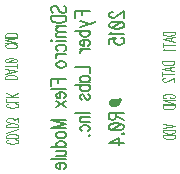
<source format=gbo>
G04 DipTrace 2.4.0.2*
%INSDmicro.gbo*%
%MOMM*%
%ADD10C,0.25*%
%ADD30O,0.863X0.723*%
%ADD50C,0.111*%
%ADD51C,0.196*%
%FSLAX53Y53*%
G04*
G71*
G90*
G75*
G01*
%LNBotSilk*%
%LPD*%
G36*
X22873Y16437D2*
X22239Y15820D1*
X21893Y16304D1*
X22049Y16430D1*
X22873Y16437D1*
G37*
D30*
X22178Y16155D3*
X22756Y16440D2*
D10*
G02X22253Y15924I-586J68D01*
G01*
X22733Y16454D2*
G03X22113Y16394I-219J-970D01*
G01*
X13850Y13097D2*
D50*
X13947Y13073D1*
X14044Y13024D1*
X14093Y12976D1*
Y12879D1*
X14044Y12830D1*
X13947Y12782D1*
X13850Y12757D1*
X13704Y12733D1*
X13460D1*
X13315Y12757D1*
X13218Y12782D1*
X13121Y12830D1*
X13072Y12879D1*
Y12976D1*
X13121Y13024D1*
X13218Y13073D1*
X13315Y13097D1*
X14093Y13208D2*
X13072D1*
Y13378D1*
X13121Y13451D1*
X13218Y13500D1*
X13315Y13524D1*
X13460Y13549D1*
X13704D1*
X13850Y13524D1*
X13947Y13500D1*
X14044Y13451D1*
X14093Y13378D1*
Y13208D1*
X13072Y13660D2*
X14091Y14000D1*
X14093Y14111D2*
X13072D1*
Y14281D1*
X13121Y14354D1*
X13218Y14403D1*
X13315Y14427D1*
X13460Y14451D1*
X13704D1*
X13850Y14427D1*
X13947Y14403D1*
X14044Y14354D1*
X14093Y14281D1*
Y14111D1*
X14091Y14611D2*
Y14878D1*
X13703Y14733D1*
Y14806D1*
X13655Y14854D1*
X13606Y14878D1*
X13460Y14903D1*
X13364D1*
X13218Y14878D1*
X13120Y14830D1*
X13072Y14757D1*
Y14684D1*
X13120Y14611D1*
X13169Y14587D1*
X13266Y14562D1*
X26314Y22217D2*
X27335D1*
Y22047D1*
X27285Y21974D1*
X27189Y21925D1*
X27091Y21901D1*
X26946Y21877D1*
X26702D1*
X26556Y21901D1*
X26460Y21925D1*
X26362Y21974D1*
X26314Y22047D1*
Y22217D1*
X27335Y21377D2*
X26314Y21571D1*
X27335Y21766D1*
X26994Y21693D2*
Y21450D1*
X26314Y21095D2*
X27335D1*
X26314Y21265D2*
Y20925D1*
X26509Y20814D2*
X26460Y20765D1*
X26315Y20692D1*
X27335D1*
X26272Y19719D2*
X27293D1*
Y19549D1*
X27244Y19476D1*
X27147Y19427D1*
X27049Y19403D1*
X26904Y19378D1*
X26661D1*
X26515Y19403D1*
X26418Y19427D1*
X26320Y19476D1*
X26272Y19549D1*
Y19719D1*
X27293Y18878D2*
X26272Y19073D1*
X27293Y19267D1*
X26953Y19194D2*
Y18951D1*
X26272Y18597D2*
X27293D1*
X26272Y18767D2*
Y18427D1*
X26516Y18291D2*
X26467D1*
X26370Y18267D1*
X26321Y18243D1*
X26273Y18194D1*
Y18097D1*
X26321Y18048D1*
X26370Y18024D1*
X26467Y17999D1*
X26564D1*
X26662Y18024D1*
X26807Y18072D1*
X27293Y18316D1*
Y17975D1*
X26558Y16561D2*
X26462Y16585D1*
X26364Y16634D1*
X26316Y16682D1*
Y16779D1*
X26364Y16828D1*
X26462Y16876D1*
X26558Y16901D1*
X26704Y16925D1*
X26948D1*
X27093Y16901D1*
X27191Y16876D1*
X27287Y16828D1*
X27337Y16779D1*
Y16682D1*
X27287Y16634D1*
X27191Y16585D1*
X27093Y16561D1*
X26948D1*
Y16682D1*
X26316Y16109D2*
X27337D1*
X26316Y16449D1*
X27337D1*
X26316Y15998D2*
X27337D1*
Y15828D1*
X27287Y15755D1*
X27191Y15706D1*
X27093Y15682D1*
X26948Y15658D1*
X26704D1*
X26558Y15682D1*
X26462Y15706D1*
X26364Y15755D1*
X26316Y15828D1*
Y15998D1*
X26373Y14433D2*
X27394Y14239D1*
X26373Y14045D1*
Y13934D2*
X27394D1*
Y13763D1*
X27344Y13690D1*
X27248Y13642D1*
X27150Y13617D1*
X27005Y13593D1*
X26761D1*
X26615Y13617D1*
X26519Y13642D1*
X26421Y13690D1*
X26373Y13763D1*
Y13934D1*
Y13482D2*
X27394D1*
Y13312D1*
X27344Y13239D1*
X27248Y13190D1*
X27150Y13166D1*
X27005Y13142D1*
X26761D1*
X26615Y13166D1*
X26519Y13190D1*
X26421Y13239D1*
X26373Y13312D1*
Y13482D1*
X13843Y16144D2*
X13940Y16120D1*
X14038Y16071D1*
X14086Y16023D1*
Y15926D1*
X14038Y15877D1*
X13940Y15828D1*
X13843Y15804D1*
X13697Y15780D1*
X13454D1*
X13309Y15804D1*
X13211Y15828D1*
X13115Y15877D1*
X13065Y15926D1*
Y16023D1*
X13115Y16071D1*
X13211Y16120D1*
X13309Y16144D1*
X14086Y16255D2*
X13065D1*
Y16547D1*
X14086Y16658D2*
X13065D1*
X14086Y16998D2*
X13405Y16658D1*
X13649Y16779D2*
X13065Y16998D1*
X13983Y18206D2*
X12962D1*
Y18377D1*
X13011Y18450D1*
X13108Y18498D1*
X13206Y18523D1*
X13351Y18547D1*
X13594D1*
X13740Y18523D1*
X13837Y18498D1*
X13935Y18450D1*
X13983Y18377D1*
Y18206D1*
X12962Y19047D2*
X13983Y18852D1*
X12962Y18658D1*
X13302Y18731D2*
Y18974D1*
X13983Y19328D2*
X12962D1*
X13983Y19158D2*
Y19498D1*
X13982Y19755D2*
X13933Y19682D1*
X13787Y19634D1*
X13545Y19609D1*
X13399D1*
X13156Y19634D1*
X13010Y19682D1*
X12962Y19755D1*
Y19804D1*
X13010Y19877D1*
X13156Y19925D1*
X13399Y19950D1*
X13545D1*
X13787Y19925D1*
X13933Y19877D1*
X13982Y19804D1*
Y19755D1*
X13787Y19925D2*
X13156Y19634D1*
X13756Y21183D2*
X13852Y21159D1*
X13950Y21110D1*
X13998Y21062D1*
Y20965D1*
X13950Y20916D1*
X13852Y20868D1*
X13756Y20843D1*
X13610Y20819D1*
X13366D1*
X13221Y20843D1*
X13123Y20868D1*
X13027Y20916D1*
X12977Y20965D1*
Y21062D1*
X13027Y21110D1*
X13123Y21159D1*
X13221Y21183D1*
X12977Y21683D2*
X13998D1*
X12977Y21489D1*
X13998Y21294D1*
X12977D1*
X13998Y21794D2*
X12977D1*
Y21964D1*
X13027Y22037D1*
X13123Y22086D1*
X13221Y22110D1*
X13366Y22134D1*
X13610D1*
X13756Y22110D1*
X13852Y22086D1*
X13950Y22037D1*
X13998Y21964D1*
Y21794D1*
X17069Y23831D2*
D51*
X16947Y23916D1*
X16887Y24044D1*
Y24214D1*
X16947Y24341D1*
X17069Y24427D1*
X17190D1*
X17312Y24384D1*
X17372Y24341D1*
X17433Y24257D1*
X17555Y24001D1*
X17615Y23916D1*
X17677Y23874D1*
X17798Y23831D1*
X17980D1*
X18101Y23916D1*
X18163Y24044D1*
Y24214D1*
X18101Y24341D1*
X17980Y24427D1*
X16887Y23557D2*
X18163D1*
Y23259D1*
X18101Y23131D1*
X17980Y23046D1*
X17858Y23004D1*
X17677Y22961D1*
X17372D1*
X17190Y23004D1*
X17069Y23046D1*
X16947Y23131D1*
X16887Y23259D1*
Y23557D1*
X17312Y22687D2*
X18163D1*
X17555D2*
X17372Y22559D1*
X17312Y22474D1*
Y22347D1*
X17372Y22261D1*
X17555Y22219D1*
X18163D1*
X17555D2*
X17372Y22091D1*
X17312Y22006D1*
Y21879D1*
X17372Y21794D1*
X17555Y21750D1*
X18163D1*
X16887Y21476D2*
X16947Y21434D1*
X16887Y21390D1*
X16825Y21434D1*
X16887Y21476D1*
X17312Y21434D2*
X18163D1*
X17494Y20605D2*
X17372Y20690D1*
X17312Y20776D1*
Y20903D1*
X17372Y20988D1*
X17494Y21073D1*
X17677Y21116D1*
X17798D1*
X17980Y21073D1*
X18101Y20988D1*
X18163Y20903D1*
Y20776D1*
X18101Y20690D1*
X17980Y20605D1*
X17312Y20330D2*
X18163D1*
X17677D2*
X17494Y20287D1*
X17372Y20203D1*
X17312Y20117D1*
Y19989D1*
Y19503D2*
X17372Y19587D1*
X17494Y19673D1*
X17677Y19715D1*
X17798D1*
X17980Y19673D1*
X18101Y19587D1*
X18163Y19503D1*
Y19375D1*
X18101Y19289D1*
X17980Y19205D1*
X17798Y19162D1*
X17677D1*
X17494Y19205D1*
X17372Y19289D1*
X17312Y19375D1*
Y19503D1*
X16858Y17651D2*
Y18204D1*
X18134D1*
X17466D2*
Y17864D1*
X16858Y17376D2*
X18134D1*
X17648Y17102D2*
Y16592D1*
X17526D1*
X17404Y16634D1*
X17344Y16676D1*
X17283Y16762D1*
Y16890D1*
X17344Y16974D1*
X17466Y17060D1*
X17648Y17102D1*
X17769D1*
X17951Y17060D1*
X18072Y16974D1*
X18134Y16890D1*
Y16762D1*
X18072Y16676D1*
X17951Y16592D1*
X17283Y16317D2*
X18134Y15850D1*
X17283D2*
X18134Y16317D1*
Y14031D2*
X16858D1*
X18134Y14371D1*
X16858Y14711D1*
X18134D1*
X17283Y13544D2*
X17344Y13629D1*
X17466Y13714D1*
X17648Y13756D1*
X17769D1*
X17951Y13714D1*
X18072Y13629D1*
X18134Y13544D1*
Y13416D1*
X18072Y13331D1*
X17951Y13246D1*
X17769Y13203D1*
X17648D1*
X17466Y13246D1*
X17344Y13331D1*
X17283Y13416D1*
Y13544D1*
X16858Y12419D2*
X18134D1*
X17466D2*
X17344Y12503D1*
X17283Y12589D1*
Y12716D1*
X17344Y12801D1*
X17466Y12886D1*
X17648Y12929D1*
X17769D1*
X17951Y12886D1*
X18072Y12801D1*
X18134Y12716D1*
Y12589D1*
X18072Y12503D1*
X17951Y12419D1*
X17283Y12144D2*
X17891D1*
X18072Y12102D1*
X18134Y12016D1*
Y11889D1*
X18072Y11804D1*
X17891Y11676D1*
X17283D2*
X18134D1*
X16858Y11402D2*
X18134D1*
X17648Y11127D2*
Y10617D1*
X17526D1*
X17404Y10660D1*
X17344Y10702D1*
X17283Y10787D1*
Y10915D1*
X17344Y11000D1*
X17466Y11085D1*
X17648Y11127D1*
X17769D1*
X17951Y11085D1*
X18072Y11000D1*
X18134Y10915D1*
Y10787D1*
X18072Y10702D1*
X17951Y10617D1*
X22358Y15355D2*
Y14973D1*
X22296Y14845D1*
X22236Y14802D1*
X22115Y14759D1*
X21993D1*
X21872Y14802D1*
X21810Y14845D1*
X21750Y14973D1*
Y15355D1*
X23026D1*
X22358Y15057D2*
X23026Y14759D1*
X21751Y14229D2*
X21812Y14357D1*
X21994Y14443D1*
X22297Y14485D1*
X22480D1*
X22783Y14443D1*
X22966Y14357D1*
X23026Y14229D1*
Y14145D1*
X22966Y14017D1*
X22783Y13933D1*
X22480Y13889D1*
X22297D1*
X21994Y13933D1*
X21812Y14017D1*
X21751Y14145D1*
Y14229D1*
X21994Y13933D2*
X22783Y14443D1*
X22904Y13573D2*
X22966Y13615D1*
X23026Y13573D1*
X22966Y13529D1*
X22904Y13573D1*
X23026Y12829D2*
X21751D1*
X22601Y13255D1*
Y12617D1*
X22097Y23898D2*
X22037D1*
X21915Y23856D1*
X21854Y23814D1*
X21794Y23728D1*
Y23558D1*
X21854Y23473D1*
X21915Y23431D1*
X22037Y23388D1*
X22158D1*
X22280Y23431D1*
X22461Y23516D1*
X23069Y23941D1*
Y23346D1*
X21794Y22816D2*
X21854Y22943D1*
X22037Y23029D1*
X22340Y23071D1*
X22523D1*
X22826Y23029D1*
X23008Y22943D1*
X23069Y22816D1*
Y22731D1*
X23008Y22603D1*
X22826Y22519D1*
X22523Y22476D1*
X22340D1*
X22037Y22519D1*
X21854Y22603D1*
X21794Y22731D1*
Y22816D1*
X22037Y22519D2*
X22826Y23029D1*
X22037Y22201D2*
X21975Y22116D1*
X21794Y21988D1*
X23069D1*
X21794Y21203D2*
Y21628D1*
X22340Y21670D1*
X22280Y21628D1*
X22218Y21500D1*
Y21373D1*
X22280Y21246D1*
X22400Y21160D1*
X22583Y21118D1*
X22704D1*
X22886Y21160D1*
X23008Y21246D1*
X23069Y21373D1*
Y21500D1*
X23008Y21628D1*
X22947Y21670D1*
X22826Y21713D1*
X18903Y23408D2*
Y23961D1*
X20179D1*
X19511D2*
Y23621D1*
X19328Y23090D2*
X20179Y22835D1*
X20422Y22920D1*
X20544Y23005D1*
X20604Y23090D1*
Y23133D1*
X19328Y22580D2*
X20179Y22835D1*
X18903Y22305D2*
X20179D1*
X19511D2*
X19388Y22220D1*
X19328Y22135D1*
Y22008D1*
X19388Y21923D1*
X19511Y21838D1*
X19693Y21795D1*
X19814D1*
X19996Y21838D1*
X20117Y21923D1*
X20179Y22008D1*
Y22135D1*
X20117Y22220D1*
X19996Y22305D1*
X19693Y21521D2*
Y21011D1*
X19571D1*
X19449Y21053D1*
X19388Y21095D1*
X19328Y21181D1*
Y21309D1*
X19388Y21393D1*
X19511Y21479D1*
X19693Y21521D1*
X19814D1*
X19996Y21479D1*
X20117Y21393D1*
X20179Y21309D1*
Y21181D1*
X20117Y21095D1*
X19996Y21011D1*
X19328Y20736D2*
X20179D1*
X19693D2*
X19511Y20693D1*
X19388Y20609D1*
X19328Y20523D1*
Y20395D1*
X18903Y19257D2*
X20179D1*
Y18747D1*
X19328Y17962D2*
X20179D1*
X19511D2*
X19388Y18047D1*
X19328Y18132D1*
Y18259D1*
X19388Y18344D1*
X19511Y18429D1*
X19693Y18472D1*
X19814D1*
X19996Y18429D1*
X20117Y18344D1*
X20179Y18259D1*
Y18132D1*
X20117Y18047D1*
X19996Y17962D1*
X18903Y17688D2*
X20179D1*
X19511D2*
X19388Y17602D1*
X19328Y17518D1*
Y17390D1*
X19388Y17305D1*
X19511Y17220D1*
X19693Y17178D1*
X19814D1*
X19996Y17220D1*
X20117Y17305D1*
X20179Y17390D1*
Y17518D1*
X20117Y17602D1*
X19996Y17688D1*
X19511Y16435D2*
X19388Y16478D1*
X19328Y16605D1*
Y16733D1*
X19388Y16861D1*
X19511Y16903D1*
X19631Y16861D1*
X19693Y16775D1*
X19753Y16563D1*
X19814Y16478D1*
X19936Y16435D1*
X19996D1*
X20117Y16478D1*
X20179Y16605D1*
Y16733D1*
X20117Y16861D1*
X19996Y16903D1*
X18903Y15297D2*
X20179D1*
X19328Y15022D2*
X20179D1*
X19571D2*
X19388Y14894D1*
X19328Y14809D1*
Y14682D1*
X19388Y14597D1*
X19571Y14554D1*
X20179D1*
X19511Y13769D2*
X19388Y13854D1*
X19328Y13940D1*
Y14067D1*
X19388Y14152D1*
X19511Y14237D1*
X19693Y14280D1*
X19814D1*
X19996Y14237D1*
X20117Y14152D1*
X20179Y14067D1*
Y13940D1*
X20117Y13854D1*
X19996Y13769D1*
X20057Y13452D2*
X20118Y13494D1*
X20179Y13452D1*
X20118Y13409D1*
X20057Y13452D1*
M02*

</source>
